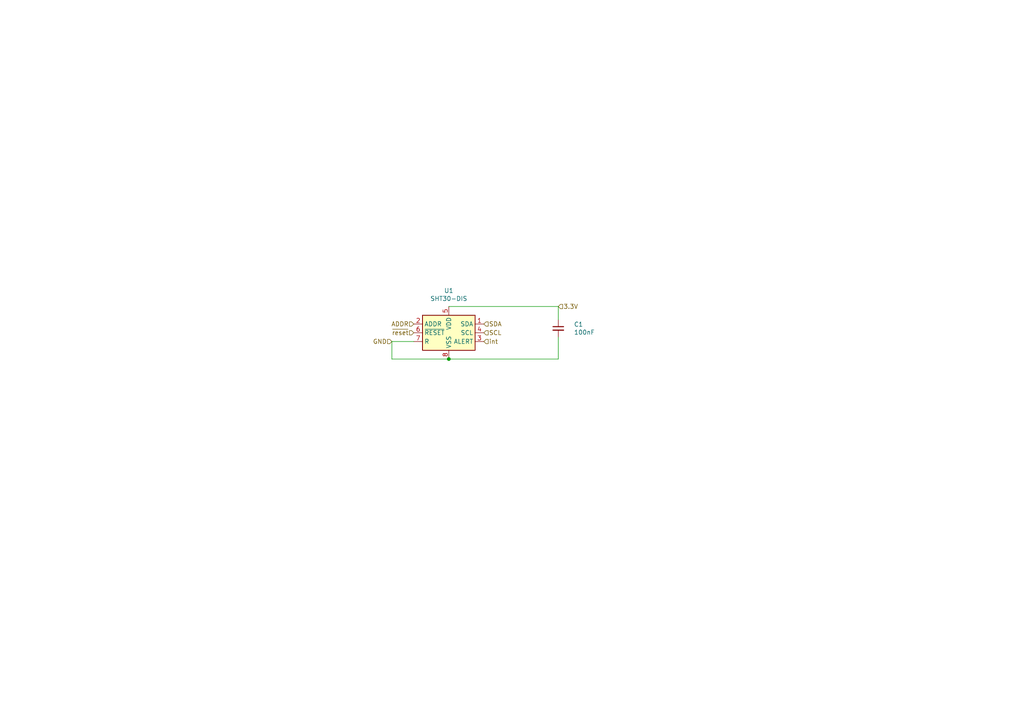
<source format=kicad_sch>
(kicad_sch (version 20211123) (generator eeschema)

  (uuid 26ca2086-d8d7-4667-a8d4-3c89dfcbe9b8)

  (paper "A4")

  (lib_symbols
    (symbol "Device:C_Small" (pin_numbers hide) (pin_names (offset 0.254) hide) (in_bom yes) (on_board yes)
      (property "Reference" "C" (id 0) (at 0.254 1.778 0)
        (effects (font (size 1.27 1.27)) (justify left))
      )
      (property "Value" "C_Small" (id 1) (at 0.254 -2.032 0)
        (effects (font (size 1.27 1.27)) (justify left))
      )
      (property "Footprint" "" (id 2) (at 0 0 0)
        (effects (font (size 1.27 1.27)) hide)
      )
      (property "Datasheet" "~" (id 3) (at 0 0 0)
        (effects (font (size 1.27 1.27)) hide)
      )
      (property "ki_keywords" "capacitor cap" (id 4) (at 0 0 0)
        (effects (font (size 1.27 1.27)) hide)
      )
      (property "ki_description" "Unpolarized capacitor, small symbol" (id 5) (at 0 0 0)
        (effects (font (size 1.27 1.27)) hide)
      )
      (property "ki_fp_filters" "C_*" (id 6) (at 0 0 0)
        (effects (font (size 1.27 1.27)) hide)
      )
      (symbol "C_Small_0_1"
        (polyline
          (pts
            (xy -1.524 -0.508)
            (xy 1.524 -0.508)
          )
          (stroke (width 0.3302) (type default) (color 0 0 0 0))
          (fill (type none))
        )
        (polyline
          (pts
            (xy -1.524 0.508)
            (xy 1.524 0.508)
          )
          (stroke (width 0.3048) (type default) (color 0 0 0 0))
          (fill (type none))
        )
      )
      (symbol "C_Small_1_1"
        (pin passive line (at 0 2.54 270) (length 2.032)
          (name "~" (effects (font (size 1.27 1.27))))
          (number "1" (effects (font (size 1.27 1.27))))
        )
        (pin passive line (at 0 -2.54 90) (length 2.032)
          (name "~" (effects (font (size 1.27 1.27))))
          (number "2" (effects (font (size 1.27 1.27))))
        )
      )
    )
    (symbol "Sensor_Humidity:SHT30-DIS" (in_bom yes) (on_board yes)
      (property "Reference" "U" (id 0) (at -6.35 6.35 0)
        (effects (font (size 1.27 1.27)))
      )
      (property "Value" "SHT30-DIS" (id 1) (at 6.35 6.35 0)
        (effects (font (size 1.27 1.27)))
      )
      (property "Footprint" "Sensor_Humidity:Sensirion_DFN-8-1EP_2.5x2.5mm_P0.5mm_EP1.1x1.7mm" (id 2) (at 0 1.27 0)
        (effects (font (size 1.27 1.27)) hide)
      )
      (property "Datasheet" "https://www.sensirion.com/fileadmin/user_upload/customers/sensirion/Dokumente/2_Humidity_Sensors/Datasheets/Sensirion_Humidity_Sensors_SHT3x_Datasheet_digital.pdf" (id 3) (at 0 1.27 0)
        (effects (font (size 1.27 1.27)) hide)
      )
      (property "ki_keywords" "digital temperature humidity i2c" (id 4) (at 0 0 0)
        (effects (font (size 1.27 1.27)) hide)
      )
      (property "ki_description" "I²C humidity and temperature sensor, ±2%RH, ±0.2°C, DFN-8" (id 5) (at 0 0 0)
        (effects (font (size 1.27 1.27)) hide)
      )
      (property "ki_fp_filters" "Sensirion*DFN*1EP*2.5x2.5mm*P0.5mm*" (id 6) (at 0 0 0)
        (effects (font (size 1.27 1.27)) hide)
      )
      (symbol "SHT30-DIS_0_1"
        (rectangle (start -7.62 5.08) (end 7.62 -5.08)
          (stroke (width 0.254) (type default) (color 0 0 0 0))
          (fill (type background))
        )
      )
      (symbol "SHT30-DIS_1_1"
        (pin bidirectional line (at 10.16 2.54 180) (length 2.54)
          (name "SDA" (effects (font (size 1.27 1.27))))
          (number "1" (effects (font (size 1.27 1.27))))
        )
        (pin input line (at -10.16 2.54 0) (length 2.54)
          (name "ADDR" (effects (font (size 1.27 1.27))))
          (number "2" (effects (font (size 1.27 1.27))))
        )
        (pin output line (at 10.16 -2.54 180) (length 2.54)
          (name "ALERT" (effects (font (size 1.27 1.27))))
          (number "3" (effects (font (size 1.27 1.27))))
        )
        (pin input line (at 10.16 0 180) (length 2.54)
          (name "SCL" (effects (font (size 1.27 1.27))))
          (number "4" (effects (font (size 1.27 1.27))))
        )
        (pin power_in line (at 0 7.62 270) (length 2.54)
          (name "VDD" (effects (font (size 1.27 1.27))))
          (number "5" (effects (font (size 1.27 1.27))))
        )
        (pin input line (at -10.16 0 0) (length 2.54)
          (name "~{RESET}" (effects (font (size 1.27 1.27))))
          (number "6" (effects (font (size 1.27 1.27))))
        )
        (pin passive line (at -10.16 -2.54 0) (length 2.54)
          (name "R" (effects (font (size 1.27 1.27))))
          (number "7" (effects (font (size 1.27 1.27))))
        )
        (pin power_in line (at 0 -7.62 90) (length 2.54)
          (name "VSS" (effects (font (size 1.27 1.27))))
          (number "8" (effects (font (size 1.27 1.27))))
        )
        (pin passive line (at 0 -7.62 90) (length 2.54) hide
          (name "VSS" (effects (font (size 1.27 1.27))))
          (number "9" (effects (font (size 1.27 1.27))))
        )
      )
    )
  )

  (junction (at 130.175 104.14) (diameter 0) (color 0 0 0 0)
    (uuid fbaf0a73-1e37-4616-b4c8-112e1f4fca76)
  )

  (wire (pts (xy 161.925 88.9) (xy 161.925 92.71))
    (stroke (width 0) (type default) (color 0 0 0 0))
    (uuid 120d17bb-47fa-445f-85cd-d8c31512a4d0)
  )
  (wire (pts (xy 113.665 99.06) (xy 113.665 104.14))
    (stroke (width 0) (type default) (color 0 0 0 0))
    (uuid 34e6b64c-c005-4dd3-b750-1ca322e702d9)
  )
  (wire (pts (xy 113.665 99.06) (xy 120.015 99.06))
    (stroke (width 0) (type default) (color 0 0 0 0))
    (uuid 57925799-096f-4f0c-9ae0-32fa502acff8)
  )
  (wire (pts (xy 161.925 97.79) (xy 161.925 104.14))
    (stroke (width 0) (type default) (color 0 0 0 0))
    (uuid 64221690-5e75-4924-9a5b-01f6e7eacbab)
  )
  (wire (pts (xy 113.665 104.14) (xy 130.175 104.14))
    (stroke (width 0) (type default) (color 0 0 0 0))
    (uuid 6851b7d7-86bf-47fe-a204-1eebe2a2495d)
  )
  (wire (pts (xy 130.175 88.9) (xy 161.925 88.9))
    (stroke (width 0) (type default) (color 0 0 0 0))
    (uuid dc909162-76ba-4986-9d9a-9c7447ae5a25)
  )
  (wire (pts (xy 130.175 104.14) (xy 161.925 104.14))
    (stroke (width 0) (type default) (color 0 0 0 0))
    (uuid eb00c768-ff04-45ea-9865-5b5edefae34b)
  )

  (hierarchical_label "GND" (shape input) (at 113.665 99.06 180)
    (effects (font (size 1.27 1.27)) (justify right))
    (uuid 20ec74bb-77d2-4b6f-a40c-c578cb255ece)
  )
  (hierarchical_label "~{reset}" (shape input) (at 120.015 96.52 180)
    (effects (font (size 1.27 1.27)) (justify right))
    (uuid 215bad62-7629-4582-a00b-506eb13a3a16)
  )
  (hierarchical_label "int" (shape input) (at 140.335 99.06 0)
    (effects (font (size 1.27 1.27)) (justify left))
    (uuid 30ec1fb8-1bc4-40e4-adf5-fe069c08efbf)
  )
  (hierarchical_label "SDA" (shape input) (at 140.335 93.98 0)
    (effects (font (size 1.27 1.27)) (justify left))
    (uuid 775e7d1b-d5c7-4dee-8de5-d3a22e3f0991)
  )
  (hierarchical_label "ADDR" (shape input) (at 120.015 93.98 180)
    (effects (font (size 1.27 1.27)) (justify right))
    (uuid 791da5f9-e578-42ba-aa76-9aaca6b6800c)
  )
  (hierarchical_label "3.3V" (shape input) (at 161.925 88.9 0)
    (effects (font (size 1.27 1.27)) (justify left))
    (uuid 7a80b9b8-3e0d-409d-9475-3f3f1301f326)
  )
  (hierarchical_label "SCL" (shape input) (at 140.335 96.52 0)
    (effects (font (size 1.27 1.27)) (justify left))
    (uuid b616b717-7130-40ea-9c67-b34caa288035)
  )

  (symbol (lib_id "Device:C_Small") (at 161.925 95.25 0) (unit 1)
    (in_bom yes) (on_board yes)
    (uuid 34d0d5b5-2222-4d7c-b01b-790b6e1c93ac)
    (property "Reference" "C1" (id 0) (at 166.4462 94.0816 0)
      (effects (font (size 1.27 1.27)) (justify left))
    )
    (property "Value" "100nF" (id 1) (at 166.4462 96.393 0)
      (effects (font (size 1.27 1.27)) (justify left))
    )
    (property "Footprint" "Capacitor_SMD:C_0603_1608Metric" (id 2) (at 161.925 95.25 0)
      (effects (font (size 1.27 1.27)) hide)
    )
    (property "Datasheet" "~" (id 3) (at 161.925 95.25 0)
      (effects (font (size 1.27 1.27)) hide)
    )
    (pin "1" (uuid 9d241524-4f3d-403f-922c-c9ba77ea6dbe))
    (pin "2" (uuid f51e8516-43d9-4968-ab7d-a1cfafe430cd))
  )

  (symbol (lib_id "Sensor_Humidity:SHT30-DIS") (at 130.175 96.52 0) (unit 1)
    (in_bom yes) (on_board yes)
    (uuid 53718313-b359-47aa-afd8-02d55f8ca417)
    (property "Reference" "U1" (id 0) (at 130.175 84.3026 0))
    (property "Value" "SHT30-DIS" (id 1) (at 130.175 86.614 0))
    (property "Footprint" "Sensor_Humidity:Sensirion_DFN-8-1EP_2.5x2.5mm_P0.5mm_EP1.1x1.7mm" (id 2) (at 130.175 95.25 0)
      (effects (font (size 1.27 1.27)) hide)
    )
    (property "Datasheet" "https://www.sensirion.com/fileadmin/user_upload/customers/sensirion/Dokumente/2_Humidity_Sensors/Datasheets/Sensirion_Humidity_Sensors_SHT3x_Datasheet_digital.pdf" (id 3) (at 130.175 95.25 0)
      (effects (font (size 1.27 1.27)) hide)
    )
    (pin "1" (uuid 5c2611bb-117b-4819-8036-f67ab5675de6))
    (pin "2" (uuid d2f72011-21b7-4ba3-b81c-818dd6a91e22))
    (pin "3" (uuid ddd5f87d-dd9a-43b8-8740-25ff09bd733f))
    (pin "4" (uuid 3d24ca64-8898-4a21-92dc-4bb372c9b113))
    (pin "5" (uuid 2077675b-4d65-4bd8-b725-f0fef34da527))
    (pin "6" (uuid 44520b3c-5b04-43b9-a30e-22180c4b99f4))
    (pin "7" (uuid 0390a5c3-68eb-4a5e-b3e6-0adbd262e64d))
    (pin "8" (uuid ef7fbd64-7227-4d3b-b5eb-6833c5e854e3))
    (pin "9" (uuid 9f32c03c-5ae6-4101-8e07-770072f65cc0))
  )
)

</source>
